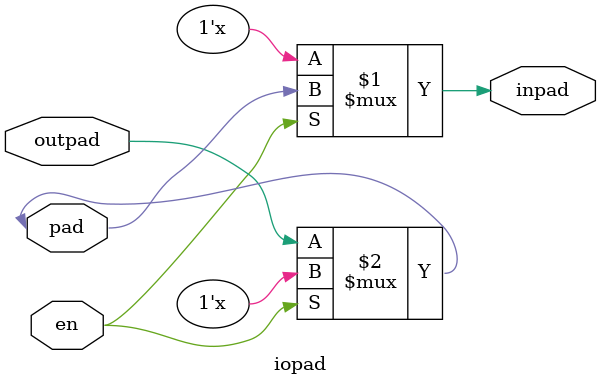
<source format=v>
module iopad(
//input zin, // Set output to be Z
input outpad, // Data output
output inpad, // Data input
inout pad, // bi-directional pad
input en // enable signal to control direction of iopad
//input direction_inv // enable signal to control direction of iopad
);
  //----- when direction enabled, the signal is propagated from pad to din
  assign inpad = en ? pad : 1'bz;
  //----- when direction is disabled, the signal is propagated from dout to pad
  assign pad = en ? 1'bz : outpad;
endmodule

</source>
